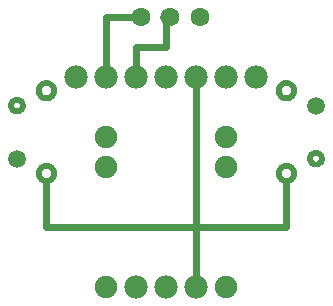
<source format=gbl>
G04 MADE WITH FRITZING*
G04 WWW.FRITZING.ORG*
G04 DOUBLE SIDED*
G04 HOLES PLATED*
G04 CONTOUR ON CENTER OF CONTOUR VECTOR*
%ASAXBY*%
%FSLAX23Y23*%
%MOIN*%
%OFA0B0*%
%SFA1.0B1.0*%
%ADD10C,0.062992*%
%ADD11C,0.078000*%
%ADD12C,0.059055*%
%ADD13C,0.075000*%
%ADD14C,0.024000*%
%ADD15R,0.001000X0.001000*%
%LNCOPPER0*%
G90*
G70*
G54D10*
X504Y973D03*
X701Y973D03*
X602Y973D03*
G54D11*
X690Y73D03*
X590Y73D03*
X490Y73D03*
G54D12*
X92Y500D03*
X1089Y678D03*
G54D13*
X390Y573D03*
X790Y573D03*
G54D11*
X890Y773D03*
X790Y773D03*
X690Y773D03*
X590Y773D03*
X490Y773D03*
X390Y773D03*
X290Y773D03*
G54D13*
X390Y473D03*
X390Y73D03*
X790Y473D03*
X790Y73D03*
G54D14*
X390Y973D02*
X481Y973D01*
D02*
X390Y803D02*
X390Y973D01*
D02*
X190Y273D02*
X490Y273D01*
D02*
X190Y412D02*
X190Y273D01*
D02*
X690Y273D02*
X690Y103D01*
D02*
X490Y273D02*
X690Y273D01*
D02*
X990Y273D02*
X990Y412D01*
D02*
X690Y273D02*
X990Y273D01*
D02*
X690Y273D02*
X690Y743D01*
D02*
X490Y873D02*
X490Y803D01*
D02*
X590Y873D02*
X490Y873D01*
D02*
X579Y973D02*
X590Y973D01*
D02*
X590Y973D02*
X590Y873D01*
G54D15*
X185Y762D02*
X195Y762D01*
X984Y762D02*
X995Y762D01*
X181Y761D02*
X199Y761D01*
X980Y761D02*
X999Y761D01*
X178Y760D02*
X202Y760D01*
X978Y760D02*
X1002Y760D01*
X175Y759D02*
X204Y759D01*
X975Y759D02*
X1004Y759D01*
X173Y758D02*
X206Y758D01*
X973Y758D02*
X1006Y758D01*
X172Y757D02*
X208Y757D01*
X972Y757D02*
X1008Y757D01*
X170Y756D02*
X210Y756D01*
X970Y756D02*
X1010Y756D01*
X169Y755D02*
X211Y755D01*
X969Y755D02*
X1011Y755D01*
X167Y754D02*
X212Y754D01*
X967Y754D02*
X1012Y754D01*
X166Y753D02*
X214Y753D01*
X966Y753D02*
X1014Y753D01*
X165Y752D02*
X215Y752D01*
X965Y752D02*
X1015Y752D01*
X164Y751D02*
X216Y751D01*
X964Y751D02*
X1015Y751D01*
X163Y750D02*
X216Y750D01*
X963Y750D02*
X1016Y750D01*
X163Y749D02*
X217Y749D01*
X963Y749D02*
X1017Y749D01*
X162Y748D02*
X218Y748D01*
X962Y748D02*
X1018Y748D01*
X161Y747D02*
X219Y747D01*
X961Y747D02*
X1019Y747D01*
X161Y746D02*
X219Y746D01*
X961Y746D02*
X1019Y746D01*
X160Y745D02*
X220Y745D01*
X960Y745D02*
X1020Y745D01*
X159Y744D02*
X220Y744D01*
X959Y744D02*
X1020Y744D01*
X159Y743D02*
X221Y743D01*
X959Y743D02*
X1021Y743D01*
X158Y742D02*
X184Y742D01*
X196Y742D02*
X221Y742D01*
X958Y742D02*
X984Y742D01*
X996Y742D02*
X1021Y742D01*
X158Y741D02*
X182Y741D01*
X198Y741D02*
X222Y741D01*
X958Y741D02*
X982Y741D01*
X998Y741D02*
X1022Y741D01*
X158Y740D02*
X180Y740D01*
X200Y740D02*
X222Y740D01*
X958Y740D02*
X980Y740D01*
X1000Y740D02*
X1022Y740D01*
X157Y739D02*
X179Y739D01*
X201Y739D02*
X223Y739D01*
X957Y739D02*
X979Y739D01*
X1001Y739D02*
X1023Y739D01*
X157Y738D02*
X178Y738D01*
X202Y738D02*
X223Y738D01*
X957Y738D02*
X978Y738D01*
X1002Y738D02*
X1023Y738D01*
X157Y737D02*
X177Y737D01*
X203Y737D02*
X223Y737D01*
X956Y737D02*
X977Y737D01*
X1003Y737D02*
X1023Y737D01*
X156Y736D02*
X176Y736D01*
X203Y736D02*
X224Y736D01*
X956Y736D02*
X976Y736D01*
X1003Y736D02*
X1023Y736D01*
X156Y735D02*
X176Y735D01*
X204Y735D02*
X224Y735D01*
X956Y735D02*
X976Y735D01*
X1004Y735D02*
X1024Y735D01*
X156Y734D02*
X175Y734D01*
X205Y734D02*
X224Y734D01*
X956Y734D02*
X975Y734D01*
X1005Y734D02*
X1024Y734D01*
X156Y733D02*
X175Y733D01*
X205Y733D02*
X224Y733D01*
X956Y733D02*
X975Y733D01*
X1005Y733D02*
X1024Y733D01*
X155Y732D02*
X174Y732D01*
X205Y732D02*
X224Y732D01*
X955Y732D02*
X974Y732D01*
X1005Y732D02*
X1024Y732D01*
X155Y731D02*
X174Y731D01*
X206Y731D02*
X225Y731D01*
X955Y731D02*
X974Y731D01*
X1006Y731D02*
X1025Y731D01*
X155Y730D02*
X174Y730D01*
X206Y730D02*
X225Y730D01*
X955Y730D02*
X974Y730D01*
X1006Y730D02*
X1025Y730D01*
X155Y729D02*
X174Y729D01*
X206Y729D02*
X225Y729D01*
X955Y729D02*
X974Y729D01*
X1006Y729D02*
X1025Y729D01*
X155Y728D02*
X174Y728D01*
X206Y728D02*
X225Y728D01*
X955Y728D02*
X974Y728D01*
X1006Y728D02*
X1025Y728D01*
X155Y727D02*
X174Y727D01*
X206Y727D02*
X225Y727D01*
X955Y727D02*
X974Y727D01*
X1006Y727D02*
X1025Y727D01*
X155Y726D02*
X174Y726D01*
X206Y726D02*
X225Y726D01*
X955Y726D02*
X974Y726D01*
X1006Y726D02*
X1025Y726D01*
X155Y725D02*
X174Y725D01*
X206Y725D02*
X225Y725D01*
X955Y725D02*
X974Y725D01*
X1006Y725D02*
X1025Y725D01*
X155Y724D02*
X174Y724D01*
X206Y724D02*
X225Y724D01*
X955Y724D02*
X974Y724D01*
X1006Y724D02*
X1025Y724D01*
X155Y723D02*
X174Y723D01*
X206Y723D02*
X225Y723D01*
X955Y723D02*
X974Y723D01*
X1006Y723D02*
X1024Y723D01*
X155Y722D02*
X174Y722D01*
X205Y722D02*
X224Y722D01*
X955Y722D02*
X974Y722D01*
X1005Y722D02*
X1024Y722D01*
X156Y721D02*
X175Y721D01*
X205Y721D02*
X224Y721D01*
X956Y721D02*
X975Y721D01*
X1005Y721D02*
X1024Y721D01*
X156Y720D02*
X175Y720D01*
X205Y720D02*
X224Y720D01*
X956Y720D02*
X975Y720D01*
X1004Y720D02*
X1024Y720D01*
X156Y719D02*
X176Y719D01*
X204Y719D02*
X224Y719D01*
X956Y719D02*
X976Y719D01*
X1004Y719D02*
X1024Y719D01*
X156Y718D02*
X177Y718D01*
X203Y718D02*
X223Y718D01*
X956Y718D02*
X977Y718D01*
X1003Y718D02*
X1023Y718D01*
X157Y717D02*
X177Y717D01*
X202Y717D02*
X223Y717D01*
X957Y717D02*
X977Y717D01*
X1002Y717D02*
X1023Y717D01*
X157Y716D02*
X178Y716D01*
X201Y716D02*
X223Y716D01*
X957Y716D02*
X978Y716D01*
X1001Y716D02*
X1023Y716D01*
X157Y715D02*
X179Y715D01*
X200Y715D02*
X222Y715D01*
X957Y715D02*
X979Y715D01*
X1000Y715D02*
X1022Y715D01*
X158Y714D02*
X181Y714D01*
X199Y714D02*
X222Y714D01*
X958Y714D02*
X981Y714D01*
X999Y714D02*
X1022Y714D01*
X158Y713D02*
X182Y713D01*
X198Y713D02*
X222Y713D01*
X958Y713D02*
X982Y713D01*
X997Y713D02*
X1022Y713D01*
X159Y712D02*
X185Y712D01*
X195Y712D02*
X221Y712D01*
X959Y712D02*
X985Y712D01*
X995Y712D02*
X1021Y712D01*
X159Y711D02*
X221Y711D01*
X959Y711D02*
X1021Y711D01*
X160Y710D02*
X220Y710D01*
X960Y710D02*
X1020Y710D01*
X160Y709D02*
X220Y709D01*
X960Y709D02*
X1020Y709D01*
X161Y708D02*
X219Y708D01*
X961Y708D02*
X1019Y708D01*
X87Y707D02*
X96Y707D01*
X161Y707D02*
X218Y707D01*
X961Y707D02*
X1018Y707D01*
X83Y706D02*
X100Y706D01*
X162Y706D02*
X218Y706D01*
X962Y706D02*
X1018Y706D01*
X81Y705D02*
X102Y705D01*
X163Y705D02*
X217Y705D01*
X963Y705D02*
X1017Y705D01*
X79Y704D02*
X104Y704D01*
X164Y704D02*
X216Y704D01*
X964Y704D02*
X1016Y704D01*
X77Y703D02*
X106Y703D01*
X165Y703D02*
X215Y703D01*
X965Y703D02*
X1015Y703D01*
X75Y702D02*
X108Y702D01*
X165Y702D02*
X214Y702D01*
X965Y702D02*
X1014Y702D01*
X74Y701D02*
X109Y701D01*
X167Y701D02*
X213Y701D01*
X967Y701D02*
X1013Y701D01*
X72Y700D02*
X111Y700D01*
X168Y700D02*
X212Y700D01*
X968Y700D02*
X1012Y700D01*
X71Y699D02*
X112Y699D01*
X169Y699D02*
X211Y699D01*
X969Y699D02*
X1011Y699D01*
X70Y698D02*
X113Y698D01*
X170Y698D02*
X209Y698D01*
X970Y698D02*
X1009Y698D01*
X70Y697D02*
X113Y697D01*
X172Y697D02*
X208Y697D01*
X972Y697D02*
X1008Y697D01*
X69Y696D02*
X114Y696D01*
X174Y696D02*
X206Y696D01*
X974Y696D02*
X1006Y696D01*
X68Y695D02*
X115Y695D01*
X176Y695D02*
X204Y695D01*
X976Y695D02*
X1004Y695D01*
X67Y694D02*
X116Y694D01*
X179Y694D02*
X201Y694D01*
X979Y694D02*
X1001Y694D01*
X67Y693D02*
X116Y693D01*
X182Y693D02*
X198Y693D01*
X982Y693D02*
X998Y693D01*
X66Y692D02*
X117Y692D01*
X186Y692D02*
X193Y692D01*
X987Y692D02*
X993Y692D01*
X66Y691D02*
X117Y691D01*
X65Y690D02*
X118Y690D01*
X65Y689D02*
X118Y689D01*
X64Y688D02*
X119Y688D01*
X64Y687D02*
X87Y687D01*
X96Y687D02*
X119Y687D01*
X64Y686D02*
X85Y686D01*
X98Y686D02*
X119Y686D01*
X63Y685D02*
X84Y685D01*
X99Y685D02*
X119Y685D01*
X63Y684D02*
X83Y684D01*
X100Y684D02*
X120Y684D01*
X63Y683D02*
X82Y683D01*
X101Y683D02*
X120Y683D01*
X63Y682D02*
X82Y682D01*
X101Y682D02*
X120Y682D01*
X63Y681D02*
X81Y681D01*
X102Y681D02*
X120Y681D01*
X63Y680D02*
X81Y680D01*
X102Y680D02*
X120Y680D01*
X63Y679D02*
X81Y679D01*
X102Y679D02*
X120Y679D01*
X62Y678D02*
X81Y678D01*
X102Y678D02*
X121Y678D01*
X63Y677D02*
X81Y677D01*
X102Y677D02*
X120Y677D01*
X63Y676D02*
X81Y676D01*
X102Y676D02*
X120Y676D01*
X63Y675D02*
X81Y675D01*
X102Y675D02*
X120Y675D01*
X63Y674D02*
X82Y674D01*
X101Y674D02*
X120Y674D01*
X63Y673D02*
X82Y673D01*
X101Y673D02*
X120Y673D01*
X63Y672D02*
X83Y672D01*
X100Y672D02*
X120Y672D01*
X63Y671D02*
X84Y671D01*
X99Y671D02*
X120Y671D01*
X64Y670D02*
X85Y670D01*
X98Y670D02*
X119Y670D01*
X64Y669D02*
X86Y669D01*
X97Y669D02*
X119Y669D01*
X64Y668D02*
X119Y668D01*
X65Y667D02*
X118Y667D01*
X65Y666D02*
X118Y666D01*
X66Y665D02*
X117Y665D01*
X66Y664D02*
X117Y664D01*
X67Y663D02*
X116Y663D01*
X67Y662D02*
X116Y662D01*
X68Y661D02*
X115Y661D01*
X69Y660D02*
X114Y660D01*
X69Y659D02*
X114Y659D01*
X70Y658D02*
X113Y658D01*
X71Y657D02*
X112Y657D01*
X72Y656D02*
X111Y656D01*
X73Y655D02*
X109Y655D01*
X75Y654D02*
X108Y654D01*
X76Y653D02*
X107Y653D01*
X78Y652D02*
X105Y652D01*
X80Y651D02*
X103Y651D01*
X83Y650D02*
X100Y650D01*
X87Y649D02*
X96Y649D01*
X1085Y530D02*
X1092Y530D01*
X1081Y529D02*
X1096Y529D01*
X1078Y528D02*
X1099Y528D01*
X1076Y527D02*
X1101Y527D01*
X1074Y526D02*
X1103Y526D01*
X1072Y525D02*
X1105Y525D01*
X1071Y524D02*
X1106Y524D01*
X1069Y523D02*
X1107Y523D01*
X1068Y522D02*
X1108Y522D01*
X1067Y521D02*
X1109Y521D01*
X1066Y520D02*
X1110Y520D01*
X1066Y519D02*
X1111Y519D01*
X1065Y518D02*
X1112Y518D01*
X1064Y517D02*
X1112Y517D01*
X1064Y516D02*
X1113Y516D01*
X1063Y515D02*
X1113Y515D01*
X1063Y514D02*
X1114Y514D01*
X1062Y513D02*
X1114Y513D01*
X1062Y512D02*
X1115Y512D01*
X1061Y511D02*
X1115Y511D01*
X1061Y510D02*
X1084Y510D01*
X1093Y510D02*
X1116Y510D01*
X1061Y509D02*
X1082Y509D01*
X1094Y509D02*
X1116Y509D01*
X1060Y508D02*
X1081Y508D01*
X1096Y508D02*
X1116Y508D01*
X1060Y507D02*
X1080Y507D01*
X1097Y507D02*
X1117Y507D01*
X1060Y506D02*
X1079Y506D01*
X1097Y506D02*
X1117Y506D01*
X1060Y505D02*
X1079Y505D01*
X1098Y505D02*
X1117Y505D01*
X1059Y504D02*
X1078Y504D01*
X1098Y504D02*
X1117Y504D01*
X1059Y503D02*
X1078Y503D01*
X1099Y503D02*
X1117Y503D01*
X1059Y502D02*
X1078Y502D01*
X1099Y502D02*
X1117Y502D01*
X1059Y501D02*
X1078Y501D01*
X1099Y501D02*
X1117Y501D01*
X1059Y500D02*
X1078Y500D01*
X1099Y500D02*
X1117Y500D01*
X1059Y499D02*
X1078Y499D01*
X1099Y499D02*
X1117Y499D01*
X1059Y498D02*
X1078Y498D01*
X1098Y498D02*
X1117Y498D01*
X1060Y497D02*
X1078Y497D01*
X1098Y497D02*
X1117Y497D01*
X1060Y496D02*
X1079Y496D01*
X1098Y496D02*
X1117Y496D01*
X1060Y495D02*
X1080Y495D01*
X1097Y495D02*
X1117Y495D01*
X1060Y494D02*
X1081Y494D01*
X1096Y494D02*
X1116Y494D01*
X1060Y493D02*
X1082Y493D01*
X1095Y493D02*
X1116Y493D01*
X1061Y492D02*
X1083Y492D01*
X1094Y492D02*
X1116Y492D01*
X1061Y491D02*
X1086Y491D01*
X1091Y491D02*
X1115Y491D01*
X1062Y490D02*
X1115Y490D01*
X1062Y489D02*
X1115Y489D01*
X1062Y488D02*
X1114Y488D01*
X990Y487D02*
X990Y487D01*
X1063Y487D02*
X1114Y487D01*
X183Y486D02*
X197Y486D01*
X982Y486D02*
X997Y486D01*
X1063Y486D02*
X1113Y486D01*
X179Y485D02*
X201Y485D01*
X979Y485D02*
X1001Y485D01*
X1064Y485D02*
X1113Y485D01*
X177Y484D02*
X203Y484D01*
X976Y484D02*
X1003Y484D01*
X1065Y484D02*
X1112Y484D01*
X175Y483D02*
X205Y483D01*
X974Y483D02*
X1005Y483D01*
X1065Y483D02*
X1111Y483D01*
X173Y482D02*
X207Y482D01*
X972Y482D02*
X1007Y482D01*
X1066Y482D02*
X1110Y482D01*
X171Y481D02*
X209Y481D01*
X971Y481D02*
X1009Y481D01*
X1067Y481D02*
X1110Y481D01*
X169Y480D02*
X210Y480D01*
X969Y480D02*
X1010Y480D01*
X1068Y480D02*
X1109Y480D01*
X168Y479D02*
X212Y479D01*
X968Y479D02*
X1012Y479D01*
X1069Y479D02*
X1108Y479D01*
X167Y478D02*
X213Y478D01*
X967Y478D02*
X1013Y478D01*
X1070Y478D02*
X1106Y478D01*
X166Y477D02*
X214Y477D01*
X966Y477D02*
X1014Y477D01*
X1071Y477D02*
X1105Y477D01*
X165Y476D02*
X215Y476D01*
X965Y476D02*
X1015Y476D01*
X1073Y476D02*
X1103Y476D01*
X164Y475D02*
X216Y475D01*
X964Y475D02*
X1016Y475D01*
X1075Y475D02*
X1102Y475D01*
X163Y474D02*
X217Y474D01*
X963Y474D02*
X1017Y474D01*
X1077Y474D02*
X1100Y474D01*
X162Y473D02*
X217Y473D01*
X962Y473D02*
X1017Y473D01*
X1079Y473D02*
X1097Y473D01*
X162Y472D02*
X218Y472D01*
X961Y472D02*
X1018Y472D01*
X1083Y472D02*
X1094Y472D01*
X161Y471D02*
X219Y471D01*
X961Y471D02*
X1019Y471D01*
X160Y470D02*
X219Y470D01*
X960Y470D02*
X1019Y470D01*
X160Y469D02*
X220Y469D01*
X960Y469D02*
X1020Y469D01*
X159Y468D02*
X221Y468D01*
X959Y468D02*
X1021Y468D01*
X159Y467D02*
X186Y467D01*
X194Y467D02*
X221Y467D01*
X959Y467D02*
X986Y467D01*
X994Y467D02*
X1021Y467D01*
X158Y466D02*
X183Y466D01*
X197Y466D02*
X222Y466D01*
X958Y466D02*
X983Y466D01*
X997Y466D02*
X1021Y466D01*
X158Y465D02*
X181Y465D01*
X199Y465D02*
X222Y465D01*
X958Y465D02*
X981Y465D01*
X999Y465D02*
X1022Y465D01*
X157Y464D02*
X180Y464D01*
X200Y464D02*
X222Y464D01*
X957Y464D02*
X980Y464D01*
X1000Y464D02*
X1022Y464D01*
X157Y463D02*
X179Y463D01*
X201Y463D02*
X223Y463D01*
X957Y463D02*
X979Y463D01*
X1001Y463D02*
X1023Y463D01*
X157Y462D02*
X178Y462D01*
X202Y462D02*
X223Y462D01*
X957Y462D02*
X978Y462D01*
X1002Y462D02*
X1023Y462D01*
X156Y461D02*
X177Y461D01*
X203Y461D02*
X223Y461D01*
X956Y461D02*
X977Y461D01*
X1003Y461D02*
X1023Y461D01*
X156Y460D02*
X176Y460D01*
X204Y460D02*
X224Y460D01*
X956Y460D02*
X976Y460D01*
X1004Y460D02*
X1024Y460D01*
X156Y459D02*
X175Y459D01*
X204Y459D02*
X224Y459D01*
X956Y459D02*
X975Y459D01*
X1004Y459D02*
X1024Y459D01*
X156Y458D02*
X175Y458D01*
X205Y458D02*
X224Y458D01*
X956Y458D02*
X975Y458D01*
X1005Y458D02*
X1024Y458D01*
X156Y457D02*
X175Y457D01*
X205Y457D02*
X224Y457D01*
X955Y457D02*
X974Y457D01*
X1005Y457D02*
X1024Y457D01*
X155Y456D02*
X174Y456D01*
X206Y456D02*
X224Y456D01*
X955Y456D02*
X974Y456D01*
X1006Y456D02*
X1024Y456D01*
X155Y455D02*
X174Y455D01*
X206Y455D02*
X225Y455D01*
X955Y455D02*
X974Y455D01*
X1006Y455D02*
X1025Y455D01*
X155Y454D02*
X174Y454D01*
X206Y454D02*
X225Y454D01*
X955Y454D02*
X974Y454D01*
X1006Y454D02*
X1025Y454D01*
X155Y453D02*
X174Y453D01*
X206Y453D02*
X225Y453D01*
X955Y453D02*
X974Y453D01*
X1006Y453D02*
X1025Y453D01*
X155Y452D02*
X174Y452D01*
X206Y452D02*
X225Y452D01*
X955Y452D02*
X974Y452D01*
X1006Y452D02*
X1025Y452D01*
X155Y451D02*
X174Y451D01*
X206Y451D02*
X225Y451D01*
X955Y451D02*
X974Y451D01*
X1006Y451D02*
X1025Y451D01*
X155Y450D02*
X174Y450D01*
X206Y450D02*
X225Y450D01*
X955Y450D02*
X974Y450D01*
X1006Y450D02*
X1025Y450D01*
X155Y449D02*
X174Y449D01*
X206Y449D02*
X225Y449D01*
X955Y449D02*
X974Y449D01*
X1006Y449D02*
X1025Y449D01*
X155Y448D02*
X174Y448D01*
X206Y448D02*
X225Y448D01*
X955Y448D02*
X974Y448D01*
X1006Y448D02*
X1025Y448D01*
X155Y447D02*
X174Y447D01*
X206Y447D02*
X224Y447D01*
X955Y447D02*
X974Y447D01*
X1005Y447D02*
X1024Y447D01*
X156Y446D02*
X175Y446D01*
X205Y446D02*
X224Y446D01*
X955Y446D02*
X974Y446D01*
X1005Y446D02*
X1024Y446D01*
X156Y445D02*
X175Y445D01*
X205Y445D02*
X224Y445D01*
X956Y445D02*
X975Y445D01*
X1005Y445D02*
X1024Y445D01*
X156Y444D02*
X176Y444D01*
X204Y444D02*
X224Y444D01*
X956Y444D02*
X975Y444D01*
X1004Y444D02*
X1024Y444D01*
X156Y443D02*
X176Y443D01*
X204Y443D02*
X224Y443D01*
X956Y443D02*
X976Y443D01*
X1004Y443D02*
X1024Y443D01*
X156Y442D02*
X177Y442D01*
X203Y442D02*
X223Y442D01*
X956Y442D02*
X977Y442D01*
X1003Y442D02*
X1023Y442D01*
X157Y441D02*
X178Y441D01*
X202Y441D02*
X223Y441D01*
X957Y441D02*
X978Y441D01*
X1002Y441D02*
X1023Y441D01*
X157Y440D02*
X179Y440D01*
X201Y440D02*
X223Y440D01*
X957Y440D02*
X979Y440D01*
X1001Y440D02*
X1023Y440D01*
X158Y439D02*
X180Y439D01*
X200Y439D02*
X222Y439D01*
X957Y439D02*
X980Y439D01*
X1000Y439D02*
X1022Y439D01*
X158Y438D02*
X181Y438D01*
X199Y438D02*
X222Y438D01*
X958Y438D02*
X981Y438D01*
X998Y438D02*
X1022Y438D01*
X158Y437D02*
X183Y437D01*
X197Y437D02*
X221Y437D01*
X958Y437D02*
X983Y437D01*
X997Y437D02*
X1021Y437D01*
X159Y436D02*
X187Y436D01*
X192Y436D02*
X221Y436D01*
X959Y436D02*
X988Y436D01*
X992Y436D02*
X1021Y436D01*
X159Y435D02*
X221Y435D01*
X959Y435D02*
X1020Y435D01*
X160Y434D02*
X220Y434D01*
X960Y434D02*
X1020Y434D01*
X160Y433D02*
X219Y433D01*
X960Y433D02*
X1019Y433D01*
X161Y432D02*
X219Y432D01*
X961Y432D02*
X1019Y432D01*
X162Y431D02*
X218Y431D01*
X962Y431D02*
X1018Y431D01*
X162Y430D02*
X217Y430D01*
X962Y430D02*
X1017Y430D01*
X163Y429D02*
X217Y429D01*
X963Y429D02*
X1017Y429D01*
X164Y428D02*
X216Y428D01*
X964Y428D02*
X1016Y428D01*
X165Y427D02*
X215Y427D01*
X965Y427D02*
X1015Y427D01*
X166Y426D02*
X214Y426D01*
X966Y426D02*
X1014Y426D01*
X167Y425D02*
X213Y425D01*
X967Y425D02*
X1013Y425D01*
X168Y424D02*
X212Y424D01*
X968Y424D02*
X1011Y424D01*
X170Y423D02*
X210Y423D01*
X970Y423D02*
X1010Y423D01*
X171Y422D02*
X209Y422D01*
X971Y422D02*
X1009Y422D01*
X173Y421D02*
X207Y421D01*
X973Y421D02*
X1007Y421D01*
X175Y420D02*
X205Y420D01*
X975Y420D02*
X1005Y420D01*
X177Y419D02*
X203Y419D01*
X977Y419D02*
X1003Y419D01*
X180Y418D02*
X200Y418D01*
X980Y418D02*
X1000Y418D01*
X183Y417D02*
X197Y417D01*
X983Y417D02*
X996Y417D01*
D02*
G04 End of Copper0*
M02*
</source>
